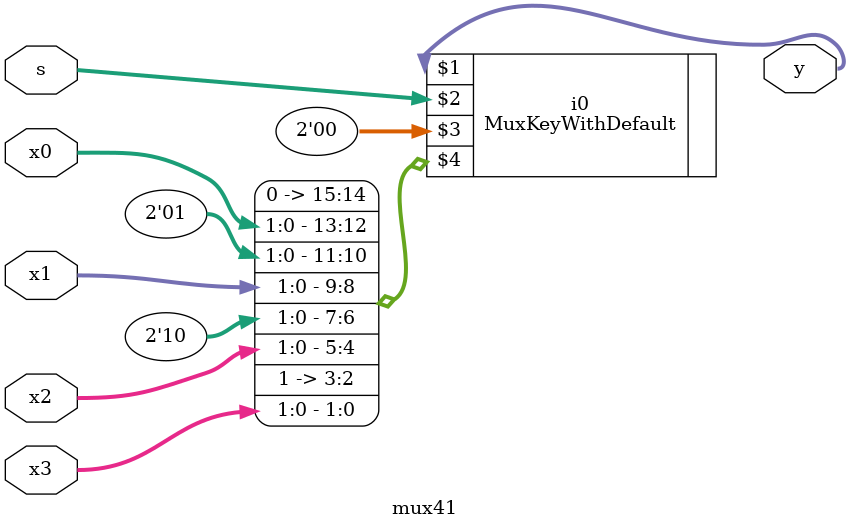
<source format=v>
module mux41(x0,x1,x2,x3,s,y);
  input  [1:0] x0;
  input  [1:0] x1;
  input  [1:0] x2;
  input  [1:0] x3;

  input  [1:0] s;
  output [1:0] y;
  MuxKeyWithDefault #(4, 2, 2) i0 (y, s, 2'b00, {
    2'b00, x0,
    2'b01, x1,
    2'b10, x2,
    2'b11, x3
  });
endmodule

</source>
